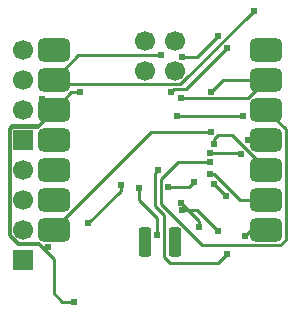
<source format=gbl>
G04 Layer: BottomLayer*
G04 EasyEDA Pro v2.2.44.9, 2025-11-28 14:21:36*
G04 Gerber Generator version 0.3*
G04 Scale: 100 percent, Rotated: No, Reflected: No*
G04 Dimensions in millimeters*
G04 Leading zeros omitted, absolute positions, 4 integers and 5 decimals*
G04 Generated by one-click*
%FSLAX45Y45*%
%MOMM*%
%AMRoundRect*1,1,$1,$2,$3*1,1,$1,$4,$5*1,1,$1,0-$2,0-$3*1,1,$1,0-$4,0-$5*20,1,$1,$2,$3,$4,$5,0*20,1,$1,$4,$5,0-$2,0-$3,0*20,1,$1,0-$2,0-$3,0-$4,0-$5,0*20,1,$1,0-$4,0-$5,$2,$3,0*4,1,4,$2,$3,$4,$5,0-$2,0-$3,0-$4,0-$5,$2,$3,0*%
%ADD10R,1.7X1.7*%
%ADD11C,1.7*%
%ADD12RoundRect,1.0X-0.875X0.5X0.875X0.5*%
%ADD13RoundRect,0.55X-0.275X-0.975X-0.275X0.975*%
%ADD14C,0.61*%
%ADD15C,0.2517*%
%ADD16C,0.254*%
G75*


G04 Pad Start*
G54D10*
G01X1181100Y-2933700D03*
G54D11*
G01X1181100Y-2679700D03*
G01X1181100Y-2425700D03*
G01X1181100Y-2171700D03*
G54D10*
G01X1181100Y-1917700D03*
G54D11*
G01X1181100Y-1663700D03*
G01X1181100Y-1409700D03*
G01X1181100Y-1155700D03*
G54D12*
G01X3236800Y-1155700D03*
G01X3236800Y-1409700D03*
G01X3236800Y-1663700D03*
G01X3236800Y-1917700D03*
G01X3236800Y-2171700D03*
G01X3236800Y-2425700D03*
G01X3236800Y-2679700D03*
G01X1436800Y-2679700D03*
G01X1436800Y-2425700D03*
G01X1436800Y-2171700D03*
G01X1436800Y-1917700D03*
G01X1436800Y-1663700D03*
G01X1436800Y-1409700D03*
G01X1436800Y-1155700D03*
G54D13*
G01X2463800Y-2781700D03*
G01X2209800Y-2781700D03*
G54D11*
G01X2463800Y-1079900D03*
G01X2209800Y-1079900D03*
G01X2463800Y-1333900D03*
G01X2209800Y-1333900D03*
G04 Pad End*

G04 Via Start*
G54D14*
G01X2407793Y-2317999D03*
G01X2622603Y-2276994D03*
G01X2761000Y-2204353D03*
G01X2762129Y-2106909D03*
G01X2760187Y-2025706D03*
G01X2799267Y-1954508D03*
G01X2773344Y-1850195D03*
G01X2773136Y-1510804D03*
G01X1507800Y-1397300D03*
G01X1338600Y-1574800D03*
G01X1606083Y-3289300D03*
G01X3132021Y-825500D03*
G01X1728608Y-2624445D03*
G01X2006600Y-2298700D03*
G01X2527300Y-2514600D03*
G01X2832100Y-2692400D03*
G01X2485390Y-1717294D03*
G01X3044190Y-1717294D03*
G01X2527300Y-1217803D03*
G01X2832100Y-1040003D03*
G01X2908300Y-1141603D03*
G01X2433193Y-1515110D03*
G01X2311400Y-2724810D03*
G01X2159000Y-2321484D03*
G01X1663700Y-1513000D03*
G01X1386000Y-2828290D03*
G01X2664816Y-2654300D03*
G01X2512416Y-2451100D03*
G01X3059000Y-2730500D03*
G01X2906600Y-2882900D03*
G01X2322400Y-2171700D03*
G01X2515997Y-1562100D03*
G01X2897073Y-2394306D03*
G01X2795473Y-2292706D03*
G01X2349500Y-1200810D03*
G01X3027378Y-2038535D03*
G01X3082325Y-1921007D03*
G04 Via End*

G04 Track Start*
G54D16*
G01X2773136Y-1510804D02*
G01X2874240Y-1409700D01*
G01X3236800Y-1409700D01*
G01X1507800Y-1397300D02*
G01X1557300Y-1446800D01*
G01X1436800Y-3214800D02*
G01X1511300Y-3289300D01*
G01X1068200Y-2726465D02*
G01X1134335Y-2792600D01*
G01X1302033Y-2792600D01*
G01X1436800Y-2927367D02*
G01X1436800Y-3214800D01*
G01X1295700Y-1804800D02*
G01X1084544Y-1804800D01*
G01X1068200Y-1821144D01*
G01X1068200Y-2726465D01*
G01X1511300Y-3289300D02*
G01X1600200Y-3289300D01*
G01X1557300Y-1446800D02*
G01X2510721Y-1446800D01*
G01X3132021Y-825500D01*
G01X3012821Y-2425700D02*
G01X3224100Y-2425700D01*
G01X3402200Y-2761967D02*
G01X3356567Y-2807600D01*
G01X3236800Y-1663700D02*
G01X3402200Y-1829100D01*
G01X3402200Y-2761967D01*
G01X2490491Y-2106909D02*
G01X2762129Y-2106909D01*
G01X3356567Y-2807600D02*
G01X2693048Y-2807600D01*
G01X2349393Y-2463945D01*
G01X2349393Y-2248007D01*
G01X2490491Y-2106909D01*
G01X2407793Y-2317999D02*
G01X2581598Y-2317999D01*
G01X2622603Y-2276994D01*
G01X2761000Y-2204353D02*
G01X2791474Y-2204353D01*
G01X3012821Y-2425700D01*
G01X3224100Y-2152667D02*
G01X3224100Y-2171700D01*
G01X2773344Y-1850195D02*
G01X2259972Y-1850195D01*
G01X1430467Y-2679700D01*
G01X1424100Y-2679700D01*
G01X1728608Y-2624445D02*
G01X2006600Y-2346453D01*
G01X2006600Y-2298700D01*
G01X2832100Y-2692400D02*
G01X2654300Y-2514600D01*
G01X2527300Y-1217803D02*
G01X2654300Y-1217803D01*
G01X2832100Y-1040003D01*
G01X2908300Y-1141603D02*
G01X2560193Y-1489710D01*
G01X2458593Y-1489710D01*
G01X2433193Y-1515110D01*
G01X2311400Y-2724810D02*
G01X2311400Y-2575484D01*
G01X2159000Y-2423084D01*
G01X2159000Y-2321484D01*
G01X1663700Y-1513000D02*
G01X1587500Y-1513000D01*
G01X1436800Y-1663700D01*
G01X1309800Y-1790700D02*
G01X1081200Y-1790700D01*
G01X1055800Y-1816100D01*
G01X1055800Y-2726690D01*
G01X1132000Y-2802890D01*
G01X1309800Y-2802890D01*
G01X1335200Y-2828290D01*
G01X2664816Y-2654300D02*
G01X2664816Y-2603500D01*
G01X3236800Y-2679700D02*
G01X3109800Y-2679700D01*
G01X3059000Y-2730500D01*
G01X2906600Y-2882900D02*
G01X2830400Y-2959100D01*
G01X2424000Y-2959100D01*
G01X2373200Y-2908300D01*
G01X2373200Y-2552700D01*
G01X2297000Y-2476500D01*
G01X2297000Y-2197100D01*
G01X2322400Y-2171700D01*
G01X3236800Y-1409700D02*
G01X3084400Y-1562100D01*
G01X2515997Y-1562100D01*
G01X2897073Y-2394306D02*
G01X2795473Y-2292706D01*
G01X2349500Y-1200810D02*
G01X1645690Y-1200810D01*
G01X1436800Y-1409700D01*
G01X1436800Y-1663700D02*
G01X1309800Y-1790700D01*
G01X1295700Y-1804800D01*
G01X1302033Y-2792600D02*
G01X1337723Y-2828290D01*
G01X1436800Y-2927367D01*
G01X1335200Y-2828290D02*
G01X1337723Y-2828290D01*
G01X1386000Y-2828290D01*
G01X2654300Y-2514600D02*
G01X2575916Y-2514600D01*
G01X2527300Y-2514600D01*
G01X2664816Y-2603500D02*
G01X2575916Y-2514600D01*
G01X2512416Y-2451100D01*
G01X2485390Y-1717294D02*
G01X3044190Y-1717294D01*
G01X2799267Y-1954508D02*
G01X2799267Y-1906863D01*
G01X2760187Y-2025706D02*
G01X3014549Y-2025706D01*
G01X3027378Y-2038535D01*
G01X2799267Y-1906863D02*
G01X2826530Y-1879600D01*
G01X2951033Y-1879600D01*
G01X3224100Y-2152667D01*
G01X3236800Y-1917700D02*
G01X3233493Y-1921007D01*
G01X3082325Y-1921007D01*
G04 Track End*

M02*


</source>
